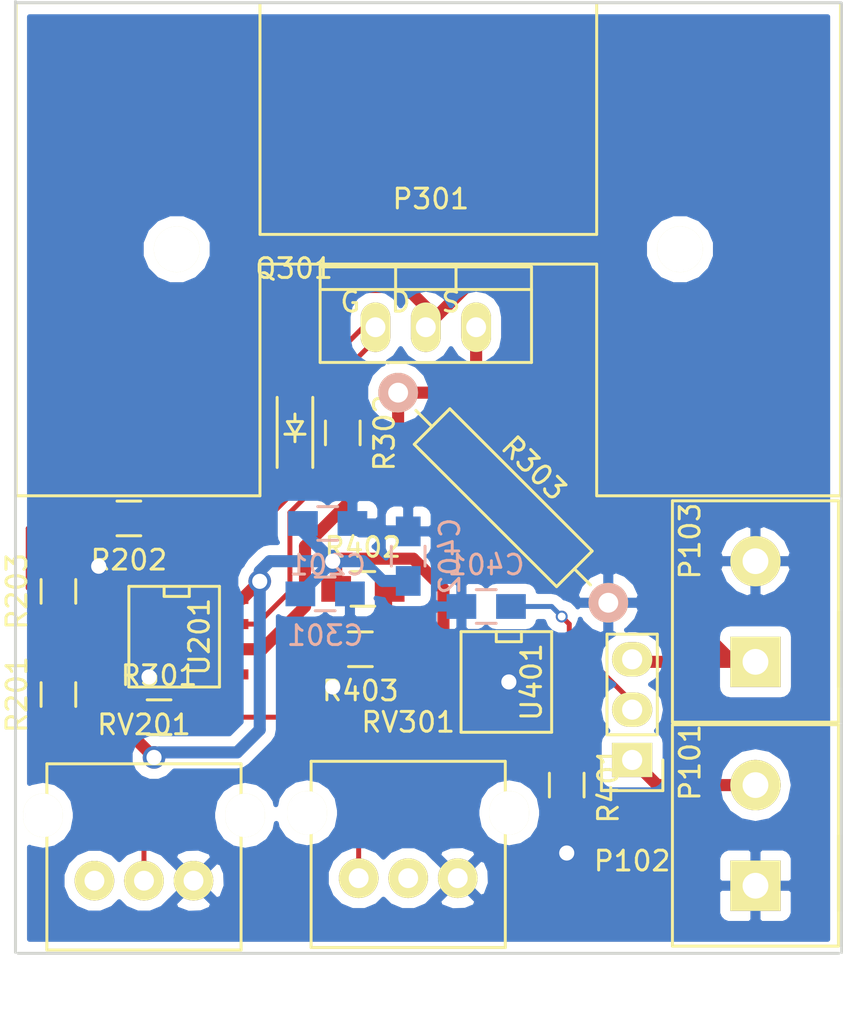
<source format=kicad_pcb>
(kicad_pcb (version 4) (host pcbnew 4.0.2-4+6225~38~ubuntu14.04.1-stable)

  (general
    (links 44)
    (no_connects 0)
    (area 62.8372 51.182199 106.018401 103.376801)
    (thickness 1.6)
    (drawings 4)
    (tracks 127)
    (zones 0)
    (modules 23)
    (nets 17)
  )

  (page A4)
  (layers
    (0 F.Cu signal)
    (31 B.Cu signal)
    (32 B.Adhes user hide)
    (33 F.Adhes user)
    (34 B.Paste user hide)
    (35 F.Paste user)
    (36 B.SilkS user hide)
    (37 F.SilkS user)
    (38 B.Mask user hide)
    (39 F.Mask user)
    (40 Dwgs.User user)
    (41 Cmts.User user)
    (42 Eco1.User user)
    (43 Eco2.User user)
    (44 Edge.Cuts user)
    (45 Margin user)
    (46 B.CrtYd user)
    (47 F.CrtYd user)
    (48 B.Fab user)
    (49 F.Fab user)
  )

  (setup
    (last_trace_width 0.25)
    (trace_clearance 0.2)
    (zone_clearance 0.508)
    (zone_45_only yes)
    (trace_min 0.2)
    (segment_width 0.2)
    (edge_width 0.15)
    (via_size 0.6)
    (via_drill 0.4)
    (via_min_size 0.4)
    (via_min_drill 0.3)
    (uvia_size 0.3)
    (uvia_drill 0.1)
    (uvias_allowed no)
    (uvia_min_size 0)
    (uvia_min_drill 0)
    (pcb_text_width 0.3)
    (pcb_text_size 1.5 1.5)
    (mod_edge_width 0.15)
    (mod_text_size 1 1)
    (mod_text_width 0.15)
    (pad_size 1.524 1.524)
    (pad_drill 0.762)
    (pad_to_mask_clearance 0.2)
    (aux_axis_origin 0 0)
    (visible_elements 7FFFFB3F)
    (pcbplotparams
      (layerselection 0x010f0_80000001)
      (usegerberextensions false)
      (excludeedgelayer true)
      (linewidth 0.100000)
      (plotframeref false)
      (viasonmask false)
      (mode 1)
      (useauxorigin false)
      (hpglpennumber 1)
      (hpglpenspeed 20)
      (hpglpendiameter 15)
      (hpglpenoverlay 2)
      (psnegative false)
      (psa4output false)
      (plotreference true)
      (plotvalue false)
      (plotinvisibletext false)
      (padsonsilk false)
      (subtractmaskfromsilk true)
      (outputformat 1)
      (mirror false)
      (drillshape 0)
      (scaleselection 1)
      (outputdirectory GERBER/))
  )

  (net 0 "")
  (net 1 2.7V)
  (net 2 GND)
  (net 3 "/Power Regulation/Vin")
  (net 4 "Net-(D201-Pad1)")
  (net 5 "/Current Control/FET_Gate")
  (net 6 "Net-(P101-Pad2)")
  (net 7 "/Current Control/Current_Sink+")
  (net 8 "Net-(Q301-Pad3)")
  (net 9 "Net-(R202-Pad2)")
  (net 10 "Net-(R302-Pad2)")
  (net 11 "Net-(R401-Pad1)")
  (net 12 "Net-(R402-Pad2)")
  (net 13 "Net-(RV201-Pad1)")
  (net 14 "Net-(R201-Pad2)")
  (net 15 "Net-(R301-Pad2)")
  (net 16 "Net-(RV301-Pad2)")

  (net_class Default "This is the default net class."
    (clearance 0.2)
    (trace_width 0.25)
    (via_dia 0.6)
    (via_drill 0.4)
    (uvia_dia 0.3)
    (uvia_drill 0.1)
    (add_net "/Current Control/FET_Gate")
    (add_net "/Power Regulation/Vin")
    (add_net "Net-(D201-Pad1)")
    (add_net "Net-(R201-Pad2)")
    (add_net "Net-(R202-Pad2)")
    (add_net "Net-(R301-Pad2)")
    (add_net "Net-(R302-Pad2)")
    (add_net "Net-(R401-Pad1)")
    (add_net "Net-(R402-Pad2)")
    (add_net "Net-(RV201-Pad1)")
    (add_net "Net-(RV301-Pad2)")
  )

  (net_class Power ""
    (clearance 0.3048)
    (trace_width 0.6096)
    (via_dia 1.143)
    (via_drill 0.762)
    (uvia_dia 0.3)
    (uvia_drill 0.1)
    (add_net "/Current Control/Current_Sink+")
    (add_net 2.7V)
    (add_net GND)
    (add_net "Net-(P101-Pad2)")
    (add_net "Net-(Q301-Pad3)")
  )

  (module current:FA-T220-38E (layer F.Cu) (tedit 56B00DD9) (tstamp 56AE80C3)
    (at 84.836 64.008)
    (path /56A5B91B/56AE7614)
    (fp_text reference P301 (at 0.127 -2.54) (layer F.SilkS)
      (effects (font (size 1 1) (thickness 0.15)))
    )
    (fp_text value HEATSINK (at 0.127 -4.064) (layer F.Fab)
      (effects (font (size 1 1) (thickness 0.15)))
    )
    (fp_line (start 8.4963 12.446) (end 20.8026 12.446) (layer F.SilkS) (width 0.15))
    (fp_line (start 8.4963 -12.446) (end 20.8026 -12.446) (layer F.SilkS) (width 0.15))
    (fp_line (start -20.8026 -12.446) (end -8.4963 -12.446) (layer F.SilkS) (width 0.15))
    (fp_line (start -20.8026 12.446) (end -8.4963 12.446) (layer F.SilkS) (width 0.15))
    (fp_line (start 8.4963 0.7493) (end 8.4963 12.446) (layer F.SilkS) (width 0.15))
    (fp_line (start -8.4963 0.7493) (end -8.4963 12.446) (layer F.SilkS) (width 0.15))
    (fp_line (start -8.49376 -0.7493) (end -8.4963 -12.446) (layer F.SilkS) (width 0.15))
    (fp_line (start 8.4963 -0.7493) (end 8.4963 -12.446) (layer F.SilkS) (width 0.15))
    (fp_line (start -8.4963 0.7493) (end 8.4963 0.7493) (layer F.SilkS) (width 0.15))
    (fp_line (start -8.4963 -0.7493) (end 8.4963 -0.7493) (layer F.SilkS) (width 0.15))
    (fp_line (start -20.8026 12.446) (end -20.8026 -12.446) (layer F.SilkS) (width 0.15))
    (fp_line (start 20.8026 -12.446) (end 20.8026 12.446) (layer F.SilkS) (width 0.15))
    (pad "" np_thru_hole circle (at -12.7 0) (size 2.3114 2.3114) (drill 2.3114) (layers *.Cu *.Mask F.SilkS))
    (pad "" np_thru_hole circle (at 12.7 0) (size 2.3114 2.3114) (drill 2.3114) (layers *.Cu *.Mask F.SilkS))
  )

  (module Capacitors_SMD:C_0805_HandSoldering (layer B.Cu) (tedit 541A9B8D) (tstamp 56AE7489)
    (at 79.756 77.851)
    (descr "Capacitor SMD 0805, hand soldering")
    (tags "capacitor 0805")
    (path /56A5B830/56A5F6B7)
    (attr smd)
    (fp_text reference C201 (at 0 2.1) (layer B.SilkS)
      (effects (font (size 1 1) (thickness 0.15)) (justify mirror))
    )
    (fp_text value .1 (at 0 -2.1) (layer B.Fab)
      (effects (font (size 1 1) (thickness 0.15)) (justify mirror))
    )
    (fp_line (start -2.3 1) (end 2.3 1) (layer B.CrtYd) (width 0.05))
    (fp_line (start -2.3 -1) (end 2.3 -1) (layer B.CrtYd) (width 0.05))
    (fp_line (start -2.3 1) (end -2.3 -1) (layer B.CrtYd) (width 0.05))
    (fp_line (start 2.3 1) (end 2.3 -1) (layer B.CrtYd) (width 0.05))
    (fp_line (start 0.5 0.85) (end -0.5 0.85) (layer B.SilkS) (width 0.15))
    (fp_line (start -0.5 -0.85) (end 0.5 -0.85) (layer B.SilkS) (width 0.15))
    (pad 1 smd rect (at -1.25 0) (size 1.5 1.25) (layers B.Cu B.Paste B.Mask)
      (net 1 2.7V))
    (pad 2 smd rect (at 1.25 0) (size 1.5 1.25) (layers B.Cu B.Paste B.Mask)
      (net 2 GND))
    (model Capacitors_SMD.3dshapes/C_0805_HandSoldering.wrl
      (at (xyz 0 0 0))
      (scale (xyz 1 1 1))
      (rotate (xyz 0 0 0))
    )
  )

  (module Capacitors_SMD:C_0805_HandSoldering (layer B.Cu) (tedit 541A9B8D) (tstamp 56AE748F)
    (at 79.629 81.407)
    (descr "Capacitor SMD 0805, hand soldering")
    (tags "capacitor 0805")
    (path /56A5B91B/56A5BC5B)
    (attr smd)
    (fp_text reference C301 (at 0 2.1) (layer B.SilkS)
      (effects (font (size 1 1) (thickness 0.15)) (justify mirror))
    )
    (fp_text value C (at 0 -2.1) (layer B.Fab)
      (effects (font (size 1 1) (thickness 0.15)) (justify mirror))
    )
    (fp_line (start -2.3 1) (end 2.3 1) (layer B.CrtYd) (width 0.05))
    (fp_line (start -2.3 -1) (end 2.3 -1) (layer B.CrtYd) (width 0.05))
    (fp_line (start -2.3 1) (end -2.3 -1) (layer B.CrtYd) (width 0.05))
    (fp_line (start 2.3 1) (end 2.3 -1) (layer B.CrtYd) (width 0.05))
    (fp_line (start 0.5 0.85) (end -0.5 0.85) (layer B.SilkS) (width 0.15))
    (fp_line (start -0.5 -0.85) (end 0.5 -0.85) (layer B.SilkS) (width 0.15))
    (pad 1 smd rect (at -1.25 0) (size 1.5 1.25) (layers B.Cu B.Paste B.Mask)
      (net 1 2.7V))
    (pad 2 smd rect (at 1.25 0) (size 1.5 1.25) (layers B.Cu B.Paste B.Mask)
      (net 2 GND))
    (model Capacitors_SMD.3dshapes/C_0805_HandSoldering.wrl
      (at (xyz 0 0 0))
      (scale (xyz 1 1 1))
      (rotate (xyz 0 0 0))
    )
  )

  (module Capacitors_SMD:C_0805_HandSoldering (layer B.Cu) (tedit 541A9B8D) (tstamp 56AE7495)
    (at 87.757 82.042 180)
    (descr "Capacitor SMD 0805, hand soldering")
    (tags "capacitor 0805")
    (path /56A5B93E/56A5CFE3)
    (attr smd)
    (fp_text reference C401 (at 0 2.1 180) (layer B.SilkS)
      (effects (font (size 1 1) (thickness 0.15)) (justify mirror))
    )
    (fp_text value .1 (at 0 -2.1 180) (layer B.Fab)
      (effects (font (size 1 1) (thickness 0.15)) (justify mirror))
    )
    (fp_line (start -2.3 1) (end 2.3 1) (layer B.CrtYd) (width 0.05))
    (fp_line (start -2.3 -1) (end 2.3 -1) (layer B.CrtYd) (width 0.05))
    (fp_line (start -2.3 1) (end -2.3 -1) (layer B.CrtYd) (width 0.05))
    (fp_line (start 2.3 1) (end 2.3 -1) (layer B.CrtYd) (width 0.05))
    (fp_line (start 0.5 0.85) (end -0.5 0.85) (layer B.SilkS) (width 0.15))
    (fp_line (start -0.5 -0.85) (end 0.5 -0.85) (layer B.SilkS) (width 0.15))
    (pad 1 smd rect (at -1.25 0 180) (size 1.5 1.25) (layers B.Cu B.Paste B.Mask)
      (net 3 "/Power Regulation/Vin"))
    (pad 2 smd rect (at 1.25 0 180) (size 1.5 1.25) (layers B.Cu B.Paste B.Mask)
      (net 2 GND))
    (model Capacitors_SMD.3dshapes/C_0805_HandSoldering.wrl
      (at (xyz 0 0 0))
      (scale (xyz 1 1 1))
      (rotate (xyz 0 0 0))
    )
  )

  (module Capacitors_SMD:C_0805_HandSoldering (layer B.Cu) (tedit 541A9B8D) (tstamp 56AE749B)
    (at 83.82 79.502 90)
    (descr "Capacitor SMD 0805, hand soldering")
    (tags "capacitor 0805")
    (path /56A5B93E/56A5CFDC)
    (attr smd)
    (fp_text reference C402 (at 0 2.1 90) (layer B.SilkS)
      (effects (font (size 1 1) (thickness 0.15)) (justify mirror))
    )
    (fp_text value .1 (at 0 -2.1 90) (layer B.Fab)
      (effects (font (size 1 1) (thickness 0.15)) (justify mirror))
    )
    (fp_line (start -2.3 1) (end 2.3 1) (layer B.CrtYd) (width 0.05))
    (fp_line (start -2.3 -1) (end 2.3 -1) (layer B.CrtYd) (width 0.05))
    (fp_line (start -2.3 1) (end -2.3 -1) (layer B.CrtYd) (width 0.05))
    (fp_line (start 2.3 1) (end 2.3 -1) (layer B.CrtYd) (width 0.05))
    (fp_line (start 0.5 0.85) (end -0.5 0.85) (layer B.SilkS) (width 0.15))
    (fp_line (start -0.5 -0.85) (end 0.5 -0.85) (layer B.SilkS) (width 0.15))
    (pad 1 smd rect (at -1.25 0 90) (size 1.5 1.25) (layers B.Cu B.Paste B.Mask)
      (net 1 2.7V))
    (pad 2 smd rect (at 1.25 0 90) (size 1.5 1.25) (layers B.Cu B.Paste B.Mask)
      (net 2 GND))
    (model Capacitors_SMD.3dshapes/C_0805_HandSoldering.wrl
      (at (xyz 0 0 0))
      (scale (xyz 1 1 1))
      (rotate (xyz 0 0 0))
    )
  )

  (module Resistors_SMD:R_0805_HandSoldering (layer F.Cu) (tedit 54189DEE) (tstamp 56AE74C4)
    (at 66.167 86.487 90)
    (descr "Resistor SMD 0805, hand soldering")
    (tags "resistor 0805")
    (path /56A5B830/56A5F6A3)
    (attr smd)
    (fp_text reference R201 (at 0 -2.1 90) (layer F.SilkS)
      (effects (font (size 1 1) (thickness 0.15)))
    )
    (fp_text value 28.7K (at 0 2.1 90) (layer F.Fab)
      (effects (font (size 1 1) (thickness 0.15)))
    )
    (fp_line (start -2.4 -1) (end 2.4 -1) (layer F.CrtYd) (width 0.05))
    (fp_line (start -2.4 1) (end 2.4 1) (layer F.CrtYd) (width 0.05))
    (fp_line (start -2.4 -1) (end -2.4 1) (layer F.CrtYd) (width 0.05))
    (fp_line (start 2.4 -1) (end 2.4 1) (layer F.CrtYd) (width 0.05))
    (fp_line (start 0.6 0.875) (end -0.6 0.875) (layer F.SilkS) (width 0.15))
    (fp_line (start -0.6 -0.875) (end 0.6 -0.875) (layer F.SilkS) (width 0.15))
    (pad 1 smd rect (at -1.35 0 90) (size 1.5 1.3) (layers F.Cu F.Paste F.Mask)
      (net 1 2.7V))
    (pad 2 smd rect (at 1.35 0 90) (size 1.5 1.3) (layers F.Cu F.Paste F.Mask)
      (net 14 "Net-(R201-Pad2)"))
    (model Resistors_SMD.3dshapes/R_0805_HandSoldering.wrl
      (at (xyz 0 0 0))
      (scale (xyz 1 1 1))
      (rotate (xyz 0 0 0))
    )
  )

  (module Resistors_SMD:R_0805_HandSoldering (layer F.Cu) (tedit 54189DEE) (tstamp 56AE74CA)
    (at 69.723 77.597 180)
    (descr "Resistor SMD 0805, hand soldering")
    (tags "resistor 0805")
    (path /56A5B830/56A5F806)
    (attr smd)
    (fp_text reference R202 (at 0 -2.1 180) (layer F.SilkS)
      (effects (font (size 1 1) (thickness 0.15)))
    )
    (fp_text value 9K (at 0 2.1 180) (layer F.Fab)
      (effects (font (size 1 1) (thickness 0.15)))
    )
    (fp_line (start -2.4 -1) (end 2.4 -1) (layer F.CrtYd) (width 0.05))
    (fp_line (start -2.4 1) (end 2.4 1) (layer F.CrtYd) (width 0.05))
    (fp_line (start -2.4 -1) (end -2.4 1) (layer F.CrtYd) (width 0.05))
    (fp_line (start 2.4 -1) (end 2.4 1) (layer F.CrtYd) (width 0.05))
    (fp_line (start 0.6 0.875) (end -0.6 0.875) (layer F.SilkS) (width 0.15))
    (fp_line (start -0.6 -0.875) (end 0.6 -0.875) (layer F.SilkS) (width 0.15))
    (pad 1 smd rect (at -1.35 0 180) (size 1.5 1.3) (layers F.Cu F.Paste F.Mask)
      (net 7 "/Current Control/Current_Sink+"))
    (pad 2 smd rect (at 1.35 0 180) (size 1.5 1.3) (layers F.Cu F.Paste F.Mask)
      (net 9 "Net-(R202-Pad2)"))
    (model Resistors_SMD.3dshapes/R_0805_HandSoldering.wrl
      (at (xyz 0 0 0))
      (scale (xyz 1 1 1))
      (rotate (xyz 0 0 0))
    )
  )

  (module Resistors_SMD:R_0805_HandSoldering (layer F.Cu) (tedit 54189DEE) (tstamp 56AE74D0)
    (at 66.167 81.28 90)
    (descr "Resistor SMD 0805, hand soldering")
    (tags "resistor 0805")
    (path /56A5B830/56A5F8A9)
    (attr smd)
    (fp_text reference R203 (at 0 -2.1 90) (layer F.SilkS)
      (effects (font (size 1 1) (thickness 0.15)))
    )
    (fp_text value 1K (at 0 2.1 90) (layer F.Fab)
      (effects (font (size 1 1) (thickness 0.15)))
    )
    (fp_line (start -2.4 -1) (end 2.4 -1) (layer F.CrtYd) (width 0.05))
    (fp_line (start -2.4 1) (end 2.4 1) (layer F.CrtYd) (width 0.05))
    (fp_line (start -2.4 -1) (end -2.4 1) (layer F.CrtYd) (width 0.05))
    (fp_line (start 2.4 -1) (end 2.4 1) (layer F.CrtYd) (width 0.05))
    (fp_line (start 0.6 0.875) (end -0.6 0.875) (layer F.SilkS) (width 0.15))
    (fp_line (start -0.6 -0.875) (end 0.6 -0.875) (layer F.SilkS) (width 0.15))
    (pad 1 smd rect (at -1.35 0 90) (size 1.5 1.3) (layers F.Cu F.Paste F.Mask)
      (net 9 "Net-(R202-Pad2)"))
    (pad 2 smd rect (at 1.35 0 90) (size 1.5 1.3) (layers F.Cu F.Paste F.Mask)
      (net 2 GND))
    (model Resistors_SMD.3dshapes/R_0805_HandSoldering.wrl
      (at (xyz 0 0 0))
      (scale (xyz 1 1 1))
      (rotate (xyz 0 0 0))
    )
  )

  (module Resistors_SMD:R_0805_HandSoldering (layer F.Cu) (tedit 54189DEE) (tstamp 56AE74D6)
    (at 71.247 87.63)
    (descr "Resistor SMD 0805, hand soldering")
    (tags "resistor 0805")
    (path /56A5B91B/56A5BC47)
    (attr smd)
    (fp_text reference R301 (at 0 -2.1) (layer F.SilkS)
      (effects (font (size 1 1) (thickness 0.15)))
    )
    (fp_text value 68k (at 0 2.1) (layer F.Fab)
      (effects (font (size 1 1) (thickness 0.15)))
    )
    (fp_line (start -2.4 -1) (end 2.4 -1) (layer F.CrtYd) (width 0.05))
    (fp_line (start -2.4 1) (end 2.4 1) (layer F.CrtYd) (width 0.05))
    (fp_line (start -2.4 -1) (end -2.4 1) (layer F.CrtYd) (width 0.05))
    (fp_line (start 2.4 -1) (end 2.4 1) (layer F.CrtYd) (width 0.05))
    (fp_line (start 0.6 0.875) (end -0.6 0.875) (layer F.SilkS) (width 0.15))
    (fp_line (start -0.6 -0.875) (end 0.6 -0.875) (layer F.SilkS) (width 0.15))
    (pad 1 smd rect (at -1.35 0) (size 1.5 1.3) (layers F.Cu F.Paste F.Mask)
      (net 1 2.7V))
    (pad 2 smd rect (at 1.35 0) (size 1.5 1.3) (layers F.Cu F.Paste F.Mask)
      (net 15 "Net-(R301-Pad2)"))
    (model Resistors_SMD.3dshapes/R_0805_HandSoldering.wrl
      (at (xyz 0 0 0))
      (scale (xyz 1 1 1))
      (rotate (xyz 0 0 0))
    )
  )

  (module Resistors_SMD:R_0805_HandSoldering (layer F.Cu) (tedit 54189DEE) (tstamp 56AE74DC)
    (at 80.518 73.279 270)
    (descr "Resistor SMD 0805, hand soldering")
    (tags "resistor 0805")
    (path /56A5B91B/56A5BE98)
    (attr smd)
    (fp_text reference R302 (at 0 -2.1 270) (layer F.SilkS)
      (effects (font (size 1 1) (thickness 0.15)))
    )
    (fp_text value 1k (at 0 2.1 270) (layer F.Fab)
      (effects (font (size 1 1) (thickness 0.15)))
    )
    (fp_line (start -2.4 -1) (end 2.4 -1) (layer F.CrtYd) (width 0.05))
    (fp_line (start -2.4 1) (end 2.4 1) (layer F.CrtYd) (width 0.05))
    (fp_line (start -2.4 -1) (end -2.4 1) (layer F.CrtYd) (width 0.05))
    (fp_line (start 2.4 -1) (end 2.4 1) (layer F.CrtYd) (width 0.05))
    (fp_line (start 0.6 0.875) (end -0.6 0.875) (layer F.SilkS) (width 0.15))
    (fp_line (start -0.6 -0.875) (end 0.6 -0.875) (layer F.SilkS) (width 0.15))
    (pad 1 smd rect (at -1.35 0 270) (size 1.5 1.3) (layers F.Cu F.Paste F.Mask)
      (net 5 "/Current Control/FET_Gate"))
    (pad 2 smd rect (at 1.35 0 270) (size 1.5 1.3) (layers F.Cu F.Paste F.Mask)
      (net 10 "Net-(R302-Pad2)"))
    (model Resistors_SMD.3dshapes/R_0805_HandSoldering.wrl
      (at (xyz 0 0 0))
      (scale (xyz 1 1 1))
      (rotate (xyz 0 0 0))
    )
  )

  (module Resistors_SMD:R_0805_HandSoldering (layer F.Cu) (tedit 54189DEE) (tstamp 56AE74F6)
    (at 91.821 91.059 270)
    (descr "Resistor SMD 0805, hand soldering")
    (tags "resistor 0805")
    (path /56A5B93E/56A5CFEA)
    (attr smd)
    (fp_text reference R401 (at 0 -2.1 270) (layer F.SilkS)
      (effects (font (size 1 1) (thickness 0.15)))
    )
    (fp_text value 0 (at 0 2.1 270) (layer F.Fab)
      (effects (font (size 1 1) (thickness 0.15)))
    )
    (fp_line (start -2.4 -1) (end 2.4 -1) (layer F.CrtYd) (width 0.05))
    (fp_line (start -2.4 1) (end 2.4 1) (layer F.CrtYd) (width 0.05))
    (fp_line (start -2.4 -1) (end -2.4 1) (layer F.CrtYd) (width 0.05))
    (fp_line (start 2.4 -1) (end 2.4 1) (layer F.CrtYd) (width 0.05))
    (fp_line (start 0.6 0.875) (end -0.6 0.875) (layer F.SilkS) (width 0.15))
    (fp_line (start -0.6 -0.875) (end 0.6 -0.875) (layer F.SilkS) (width 0.15))
    (pad 1 smd rect (at -1.35 0 270) (size 1.5 1.3) (layers F.Cu F.Paste F.Mask)
      (net 11 "Net-(R401-Pad1)"))
    (pad 2 smd rect (at 1.35 0 270) (size 1.5 1.3) (layers F.Cu F.Paste F.Mask)
      (net 2 GND))
    (model Resistors_SMD.3dshapes/R_0805_HandSoldering.wrl
      (at (xyz 0 0 0))
      (scale (xyz 1 1 1))
      (rotate (xyz 0 0 0))
    )
  )

  (module Resistors_SMD:R_0805_HandSoldering (layer F.Cu) (tedit 54189DEE) (tstamp 56AE74FC)
    (at 81.534 81.153)
    (descr "Resistor SMD 0805, hand soldering")
    (tags "resistor 0805")
    (path /56A5B93E/56A5CFF8)
    (attr smd)
    (fp_text reference R402 (at 0 -2.1) (layer F.SilkS)
      (effects (font (size 1 1) (thickness 0.15)))
    )
    (fp_text value 27k (at 0 2.1) (layer F.Fab)
      (effects (font (size 1 1) (thickness 0.15)))
    )
    (fp_line (start -2.4 -1) (end 2.4 -1) (layer F.CrtYd) (width 0.05))
    (fp_line (start -2.4 1) (end 2.4 1) (layer F.CrtYd) (width 0.05))
    (fp_line (start -2.4 -1) (end -2.4 1) (layer F.CrtYd) (width 0.05))
    (fp_line (start 2.4 -1) (end 2.4 1) (layer F.CrtYd) (width 0.05))
    (fp_line (start 0.6 0.875) (end -0.6 0.875) (layer F.SilkS) (width 0.15))
    (fp_line (start -0.6 -0.875) (end 0.6 -0.875) (layer F.SilkS) (width 0.15))
    (pad 1 smd rect (at -1.35 0) (size 1.5 1.3) (layers F.Cu F.Paste F.Mask)
      (net 1 2.7V))
    (pad 2 smd rect (at 1.35 0) (size 1.5 1.3) (layers F.Cu F.Paste F.Mask)
      (net 12 "Net-(R402-Pad2)"))
    (model Resistors_SMD.3dshapes/R_0805_HandSoldering.wrl
      (at (xyz 0 0 0))
      (scale (xyz 1 1 1))
      (rotate (xyz 0 0 0))
    )
  )

  (module Resistors_SMD:R_0805_HandSoldering (layer F.Cu) (tedit 54189DEE) (tstamp 56AE7502)
    (at 81.407 84.201 180)
    (descr "Resistor SMD 0805, hand soldering")
    (tags "resistor 0805")
    (path /56A5B93E/56A5CFFF)
    (attr smd)
    (fp_text reference R403 (at 0 -2.1 180) (layer F.SilkS)
      (effects (font (size 1 1) (thickness 0.15)))
    )
    (fp_text value 21.6k (at 0 2.1 180) (layer F.Fab)
      (effects (font (size 1 1) (thickness 0.15)))
    )
    (fp_line (start -2.4 -1) (end 2.4 -1) (layer F.CrtYd) (width 0.05))
    (fp_line (start -2.4 1) (end 2.4 1) (layer F.CrtYd) (width 0.05))
    (fp_line (start -2.4 -1) (end -2.4 1) (layer F.CrtYd) (width 0.05))
    (fp_line (start 2.4 -1) (end 2.4 1) (layer F.CrtYd) (width 0.05))
    (fp_line (start 0.6 0.875) (end -0.6 0.875) (layer F.SilkS) (width 0.15))
    (fp_line (start -0.6 -0.875) (end 0.6 -0.875) (layer F.SilkS) (width 0.15))
    (pad 1 smd rect (at -1.35 0 180) (size 1.5 1.3) (layers F.Cu F.Paste F.Mask)
      (net 12 "Net-(R402-Pad2)"))
    (pad 2 smd rect (at 1.35 0 180) (size 1.5 1.3) (layers F.Cu F.Paste F.Mask)
      (net 2 GND))
    (model Resistors_SMD.3dshapes/R_0805_HandSoldering.wrl
      (at (xyz 0 0 0))
      (scale (xyz 1 1 1))
      (rotate (xyz 0 0 0))
    )
  )

  (module SMD_Packages:SOIC-8-N (layer F.Cu) (tedit 0) (tstamp 56AE751C)
    (at 72.009 83.566 270)
    (descr "Module Narrow CMS SOJ 8 pins large")
    (tags "CMS SOJ")
    (path /56A5B830/56A5F69C)
    (attr smd)
    (fp_text reference U201 (at 0 -1.27 270) (layer F.SilkS)
      (effects (font (size 1 1) (thickness 0.15)))
    )
    (fp_text value LMV358 (at 0 1.27 270) (layer F.Fab)
      (effects (font (size 1 1) (thickness 0.15)))
    )
    (fp_line (start -2.54 -2.286) (end 2.54 -2.286) (layer F.SilkS) (width 0.15))
    (fp_line (start 2.54 -2.286) (end 2.54 2.286) (layer F.SilkS) (width 0.15))
    (fp_line (start 2.54 2.286) (end -2.54 2.286) (layer F.SilkS) (width 0.15))
    (fp_line (start -2.54 2.286) (end -2.54 -2.286) (layer F.SilkS) (width 0.15))
    (fp_line (start -2.54 -0.762) (end -2.032 -0.762) (layer F.SilkS) (width 0.15))
    (fp_line (start -2.032 -0.762) (end -2.032 0.508) (layer F.SilkS) (width 0.15))
    (fp_line (start -2.032 0.508) (end -2.54 0.508) (layer F.SilkS) (width 0.15))
    (pad 8 smd rect (at -1.905 -3.175 270) (size 0.508 1.143) (layers F.Cu F.Paste F.Mask)
      (net 1 2.7V))
    (pad 7 smd rect (at -0.635 -3.175 270) (size 0.508 1.143) (layers F.Cu F.Paste F.Mask)
      (net 10 "Net-(R302-Pad2)"))
    (pad 6 smd rect (at 0.635 -3.175 270) (size 0.508 1.143) (layers F.Cu F.Paste F.Mask)
      (net 8 "Net-(Q301-Pad3)"))
    (pad 5 smd rect (at 1.905 -3.175 270) (size 0.508 1.143) (layers F.Cu F.Paste F.Mask)
      (net 15 "Net-(R301-Pad2)"))
    (pad 4 smd rect (at 1.905 3.175 270) (size 0.508 1.143) (layers F.Cu F.Paste F.Mask)
      (net 2 GND))
    (pad 3 smd rect (at 0.635 3.175 270) (size 0.508 1.143) (layers F.Cu F.Paste F.Mask)
      (net 14 "Net-(R201-Pad2)"))
    (pad 2 smd rect (at -0.635 3.175 270) (size 0.508 1.143) (layers F.Cu F.Paste F.Mask)
      (net 9 "Net-(R202-Pad2)"))
    (pad 1 smd rect (at -1.905 3.175 270) (size 0.508 1.143) (layers F.Cu F.Paste F.Mask)
      (net 4 "Net-(D201-Pad1)"))
    (model SMD_Packages.3dshapes/SOIC-8-N.wrl
      (at (xyz 0 0 0))
      (scale (xyz 0.5 0.38 0.5))
      (rotate (xyz 0 0 0))
    )
  )

  (module SMD_Packages:SOIC-8-N (layer F.Cu) (tedit 0) (tstamp 56AE7528)
    (at 88.773 85.852 270)
    (descr "Module Narrow CMS SOJ 8 pins large")
    (tags "CMS SOJ")
    (path /56A5B93E/56A5CFF1)
    (attr smd)
    (fp_text reference U401 (at 0 -1.27 270) (layer F.SilkS)
      (effects (font (size 1 1) (thickness 0.15)))
    )
    (fp_text value LM2931 (at 0 1.27 270) (layer F.Fab)
      (effects (font (size 1 1) (thickness 0.15)))
    )
    (fp_line (start -2.54 -2.286) (end 2.54 -2.286) (layer F.SilkS) (width 0.15))
    (fp_line (start 2.54 -2.286) (end 2.54 2.286) (layer F.SilkS) (width 0.15))
    (fp_line (start 2.54 2.286) (end -2.54 2.286) (layer F.SilkS) (width 0.15))
    (fp_line (start -2.54 2.286) (end -2.54 -2.286) (layer F.SilkS) (width 0.15))
    (fp_line (start -2.54 -0.762) (end -2.032 -0.762) (layer F.SilkS) (width 0.15))
    (fp_line (start -2.032 -0.762) (end -2.032 0.508) (layer F.SilkS) (width 0.15))
    (fp_line (start -2.032 0.508) (end -2.54 0.508) (layer F.SilkS) (width 0.15))
    (pad 8 smd rect (at -1.905 -3.175 270) (size 0.508 1.143) (layers F.Cu F.Paste F.Mask)
      (net 3 "/Power Regulation/Vin"))
    (pad 7 smd rect (at -0.635 -3.175 270) (size 0.508 1.143) (layers F.Cu F.Paste F.Mask)
      (net 2 GND))
    (pad 6 smd rect (at 0.635 -3.175 270) (size 0.508 1.143) (layers F.Cu F.Paste F.Mask)
      (net 2 GND))
    (pad 5 smd rect (at 1.905 -3.175 270) (size 0.508 1.143) (layers F.Cu F.Paste F.Mask)
      (net 11 "Net-(R401-Pad1)"))
    (pad 4 smd rect (at 1.905 3.175 270) (size 0.508 1.143) (layers F.Cu F.Paste F.Mask)
      (net 12 "Net-(R402-Pad2)"))
    (pad 3 smd rect (at 0.635 3.175 270) (size 0.508 1.143) (layers F.Cu F.Paste F.Mask)
      (net 2 GND))
    (pad 2 smd rect (at -0.635 3.175 270) (size 0.508 1.143) (layers F.Cu F.Paste F.Mask)
      (net 2 GND))
    (pad 1 smd rect (at -1.905 3.175 270) (size 0.508 1.143) (layers F.Cu F.Paste F.Mask)
      (net 1 2.7V))
    (model SMD_Packages.3dshapes/SOIC-8-N.wrl
      (at (xyz 0 0 0))
      (scale (xyz 0.5 0.38 0.5))
      (rotate (xyz 0 0 0))
    )
  )

  (module Diodes_SMD:SOD-123 (layer F.Cu) (tedit 56B00A31) (tstamp 56AFFCC9)
    (at 78.105 73.025 90)
    (descr SOD-123)
    (tags SOD-123)
    (path /56A5B830/56A5F700)
    (attr smd)
    (fp_text reference D201 (at 0 -2 90) (layer F.SilkS) hide
      (effects (font (size 1 1) (thickness 0.15)))
    )
    (fp_text value 1N4148 (at 0 2.1 90) (layer F.Fab)
      (effects (font (size 1 1) (thickness 0.15)))
    )
    (fp_line (start 0.3175 0) (end 0.6985 0) (layer F.SilkS) (width 0.15))
    (fp_line (start -0.6985 0) (end -0.3175 0) (layer F.SilkS) (width 0.15))
    (fp_line (start -0.3175 0) (end 0.3175 -0.381) (layer F.SilkS) (width 0.15))
    (fp_line (start 0.3175 -0.381) (end 0.3175 0.381) (layer F.SilkS) (width 0.15))
    (fp_line (start 0.3175 0.381) (end -0.3175 0) (layer F.SilkS) (width 0.15))
    (fp_line (start -0.3175 -0.508) (end -0.3175 0.508) (layer F.SilkS) (width 0.15))
    (fp_line (start -2.25 -1.05) (end 2.25 -1.05) (layer F.CrtYd) (width 0.05))
    (fp_line (start 2.25 -1.05) (end 2.25 1.05) (layer F.CrtYd) (width 0.05))
    (fp_line (start 2.25 1.05) (end -2.25 1.05) (layer F.CrtYd) (width 0.05))
    (fp_line (start -2.25 -1.05) (end -2.25 1.05) (layer F.CrtYd) (width 0.05))
    (fp_line (start -2 0.9) (end 1.54 0.9) (layer F.SilkS) (width 0.15))
    (fp_line (start -2 -0.9) (end 1.54 -0.9) (layer F.SilkS) (width 0.15))
    (pad 1 smd rect (at -1.635 0 90) (size 0.91 1.22) (layers F.Cu F.Paste F.Mask)
      (net 4 "Net-(D201-Pad1)"))
    (pad 2 smd rect (at 1.635 0 90) (size 0.91 1.22) (layers F.Cu F.Paste F.Mask)
      (net 5 "/Current Control/FET_Gate"))
  )

  (module Resistors_ThroughHole:Resistor_Horizontal_RM15mm (layer F.Cu) (tedit 56D50346) (tstamp 56AFFE05)
    (at 83.312 71.247 315)
    (descr "Resistor, Axial, RM 15mm,")
    (tags "Resistor Axial RM 15mm")
    (path /56A5B91B/56A5BC2B)
    (fp_text reference R303 (at 7.543415 -2.155261 315) (layer F.SilkS)
      (effects (font (size 1 1) (thickness 0.15)))
    )
    (fp_text value .1 (at 7.5 4.0005 315) (layer F.Fab) hide
      (effects (font (size 1 1) (thickness 0.15)))
    )
    (fp_line (start -1.25 1.5) (end -1.25 -1.5) (layer F.CrtYd) (width 0.05))
    (fp_line (start -1.25 -1.5) (end 16.25 -1.5) (layer F.CrtYd) (width 0.05))
    (fp_line (start 16.25 -1.5) (end 16.25 1.5) (layer F.CrtYd) (width 0.05))
    (fp_line (start 16.25 1.5) (end -1.25 1.5) (layer F.CrtYd) (width 0.05))
    (fp_line (start 2.42 -1.27) (end 2.42 1.27) (layer F.SilkS) (width 0.15))
    (fp_line (start 2.42 1.27) (end 12.58 1.27) (layer F.SilkS) (width 0.15))
    (fp_line (start 12.58 1.27) (end 12.58 -1.27) (layer F.SilkS) (width 0.15))
    (fp_line (start 12.58 -1.27) (end 2.42 -1.27) (layer F.SilkS) (width 0.15))
    (fp_line (start 13.73 0) (end 12.58 0) (layer F.SilkS) (width 0.15))
    (fp_line (start 1.27 0) (end 2.42 0) (layer F.SilkS) (width 0.15))
    (pad 1 thru_hole circle (at 0 0 315) (size 1.99898 1.99898) (drill 1.00076) (layers *.Cu *.SilkS *.Mask)
      (net 8 "Net-(Q301-Pad3)"))
    (pad 2 thru_hole circle (at 15 0 315) (size 1.99898 1.99898) (drill 1.00076) (layers *.Cu *.SilkS *.Mask)
      (net 2 GND))
    (model Resistors_ThroughHole.3dshapes/Resistor_Horizontal_RM15mm.wrl
      (at (xyz 0 0 0))
      (scale (xyz 0.4 0.4 0.4))
      (rotate (xyz 0 0 0))
    )
  )

  (module Pin_Headers:Pin_Header_Straight_1x03 (layer F.Cu) (tedit 0) (tstamp 56AFFD34)
    (at 95.123 89.789 180)
    (descr "Through hole pin header")
    (tags "pin header")
    (path /56A5A7D2)
    (fp_text reference P102 (at 0 -5.1 180) (layer F.SilkS)
      (effects (font (size 1 1) (thickness 0.15)))
    )
    (fp_text value CONN_01X03 (at 0 -3.1 180) (layer F.Fab)
      (effects (font (size 1 1) (thickness 0.15)))
    )
    (fp_line (start -1.75 -1.75) (end -1.75 6.85) (layer F.CrtYd) (width 0.05))
    (fp_line (start 1.75 -1.75) (end 1.75 6.85) (layer F.CrtYd) (width 0.05))
    (fp_line (start -1.75 -1.75) (end 1.75 -1.75) (layer F.CrtYd) (width 0.05))
    (fp_line (start -1.75 6.85) (end 1.75 6.85) (layer F.CrtYd) (width 0.05))
    (fp_line (start -1.27 1.27) (end -1.27 6.35) (layer F.SilkS) (width 0.15))
    (fp_line (start -1.27 6.35) (end 1.27 6.35) (layer F.SilkS) (width 0.15))
    (fp_line (start 1.27 6.35) (end 1.27 1.27) (layer F.SilkS) (width 0.15))
    (fp_line (start 1.55 -1.55) (end 1.55 0) (layer F.SilkS) (width 0.15))
    (fp_line (start 1.27 1.27) (end -1.27 1.27) (layer F.SilkS) (width 0.15))
    (fp_line (start -1.55 0) (end -1.55 -1.55) (layer F.SilkS) (width 0.15))
    (fp_line (start -1.55 -1.55) (end 1.55 -1.55) (layer F.SilkS) (width 0.15))
    (pad 1 thru_hole rect (at 0 0 180) (size 2.032 1.7272) (drill 1.016) (layers *.Cu *.Mask F.SilkS)
      (net 6 "Net-(P101-Pad2)"))
    (pad 2 thru_hole oval (at 0 2.54 180) (size 2.032 1.7272) (drill 1.016) (layers *.Cu *.Mask F.SilkS)
      (net 3 "/Power Regulation/Vin"))
    (pad 3 thru_hole oval (at 0 5.08 180) (size 2.032 1.7272) (drill 1.016) (layers *.Cu *.Mask F.SilkS)
      (net 7 "/Current Control/Current_Sink+"))
    (model Pin_Headers.3dshapes/Pin_Header_Straight_1x03.wrl
      (at (xyz 0 -0.1 0))
      (scale (xyz 1 1 1))
      (rotate (xyz 0 0 90))
    )
  )

  (module current:TO-220_GDS_Vertical (layer F.Cu) (tedit 56D50353) (tstamp 56D50335)
    (at 84.709 67.945)
    (descr "TO-220, Neutral, Vertical,")
    (tags "TO-220, Neutral, Vertical,")
    (path /56A5B91B/56D5A107)
    (fp_text reference Q301 (at -6.649 -2.968) (layer F.SilkS)
      (effects (font (size 1 1) (thickness 0.15)))
    )
    (fp_text value BUK9575 (at 0.336 2.493) (layer F.Fab)
      (effects (font (size 1 1) (thickness 0.15)))
    )
    (fp_text user S (at 1.27 -1.27) (layer F.SilkS)
      (effects (font (size 1 1) (thickness 0.15)))
    )
    (fp_text user D (at -1.27 -1.27) (layer F.SilkS)
      (effects (font (size 1 1) (thickness 0.15)))
    )
    (fp_text user G (at -3.81 -1.27) (layer F.SilkS)
      (effects (font (size 1 1) (thickness 0.15)))
    )
    (fp_line (start -1.524 -3.048) (end -1.524 -1.905) (layer F.SilkS) (width 0.15))
    (fp_line (start 1.524 -3.048) (end 1.524 -1.905) (layer F.SilkS) (width 0.15))
    (fp_line (start 5.334 -1.905) (end 5.334 1.778) (layer F.SilkS) (width 0.15))
    (fp_line (start 5.334 1.778) (end -5.334 1.778) (layer F.SilkS) (width 0.15))
    (fp_line (start -5.334 1.778) (end -5.334 -1.905) (layer F.SilkS) (width 0.15))
    (fp_line (start 5.334 -3.048) (end 5.334 -1.905) (layer F.SilkS) (width 0.15))
    (fp_line (start 5.334 -1.905) (end -5.334 -1.905) (layer F.SilkS) (width 0.15))
    (fp_line (start -5.334 -1.905) (end -5.334 -3.048) (layer F.SilkS) (width 0.15))
    (fp_line (start 0 -3.048) (end -5.334 -3.048) (layer F.SilkS) (width 0.15))
    (fp_line (start 0 -3.048) (end 5.334 -3.048) (layer F.SilkS) (width 0.15))
    (pad 2 thru_hole oval (at 0 0 90) (size 2.49936 1.50114) (drill 1.00076) (layers *.Cu *.Mask F.SilkS)
      (net 7 "/Current Control/Current_Sink+"))
    (pad 1 thru_hole oval (at -2.54 0 90) (size 2.49936 1.50114) (drill 1.00076) (layers *.Cu *.Mask F.SilkS)
      (net 5 "/Current Control/FET_Gate"))
    (pad 3 thru_hole oval (at 2.54 0 90) (size 2.49936 1.50114) (drill 1.00076) (layers *.Cu *.Mask F.SilkS)
      (net 8 "Net-(Q301-Pad3)"))
    (model TO_SOT_Packages_THT.3dshapes/TO-220_Neutral123_Vertical.wrl
      (at (xyz 0 0 0))
      (scale (xyz 0.3937 0.3937 0.3937))
      (rotate (xyz 0 0 0))
    )
  )

  (module current:Terminal_Block_200_mil (layer F.Cu) (tedit 56D59B8A) (tstamp 56AFFCDA)
    (at 101.346 93.599 90)
    (descr "Through hole pin header")
    (tags "pin header")
    (path /56A5AB45)
    (fp_text reference P101 (at 3.683 -3.302 90) (layer F.SilkS)
      (effects (font (size 1 1) (thickness 0.15)))
    )
    (fp_text value CONN_01X02 (at 0.254 3.048 90) (layer F.SilkS) hide
      (effects (font (size 1 1) (thickness 0.15)))
    )
    (fp_line (start -5.588 -4.191) (end -5.588 4.191) (layer F.SilkS) (width 0.15))
    (fp_line (start -3.81 4.191) (end 0 4.191) (layer F.SilkS) (width 0.15))
    (fp_line (start -5.588 4.191) (end 5.588 4.191) (layer F.SilkS) (width 0.15))
    (fp_line (start 5.588 4.191) (end 5.588 -4.191) (layer F.SilkS) (width 0.15))
    (fp_line (start 5.588 -4.191) (end -5.588 -4.191) (layer F.SilkS) (width 0.15))
    (pad 1 thru_hole rect (at -2.54 0 90) (size 2.54 2.54) (drill 1.30048) (layers *.Cu *.Mask F.SilkS)
      (net 2 GND))
    (pad 2 thru_hole oval (at 2.54 0 90) (size 2.54 2.54) (drill 1.30048) (layers *.Cu *.Mask F.SilkS)
      (net 6 "Net-(P101-Pad2)"))
    (model Pin_Headers/Pin_Header_Straight_1x02.wrl
      (at (xyz 0 0 0))
      (scale (xyz 1 1 1))
      (rotate (xyz 0 0 0))
    )
  )

  (module current:Terminal_Block_200_mil (layer F.Cu) (tedit 56D59B91) (tstamp 56AFFDAB)
    (at 101.346 82.296 90)
    (descr "Through hole pin header")
    (tags "pin header")
    (path /56665F04)
    (fp_text reference P103 (at 3.556 -3.302 90) (layer F.SilkS)
      (effects (font (size 1 1) (thickness 0.15)))
    )
    (fp_text value CONN_01X02 (at 0.254 3.048 90) (layer F.SilkS) hide
      (effects (font (size 1 1) (thickness 0.15)))
    )
    (fp_line (start -5.588 -4.191) (end -5.588 4.191) (layer F.SilkS) (width 0.15))
    (fp_line (start -3.81 4.191) (end 0 4.191) (layer F.SilkS) (width 0.15))
    (fp_line (start -5.588 4.191) (end 5.588 4.191) (layer F.SilkS) (width 0.15))
    (fp_line (start 5.588 4.191) (end 5.588 -4.191) (layer F.SilkS) (width 0.15))
    (fp_line (start 5.588 -4.191) (end -5.588 -4.191) (layer F.SilkS) (width 0.15))
    (pad 1 thru_hole rect (at -2.54 0 90) (size 2.54 2.54) (drill 1.30048) (layers *.Cu *.Mask F.SilkS)
      (net 7 "/Current Control/Current_Sink+"))
    (pad 2 thru_hole oval (at 2.54 0 90) (size 2.54 2.54) (drill 1.30048) (layers *.Cu *.Mask F.SilkS)
      (net 2 GND))
    (model Pin_Headers/Pin_Header_Straight_1x02.wrl
      (at (xyz 0 0 0))
      (scale (xyz 1 1 1))
      (rotate (xyz 0 0 0))
    )
  )

  (module current:P090L-02F25BR10K (layer F.Cu) (tedit 56D60D5C) (tstamp 56AFFE24)
    (at 83.82 95.758)
    (path /56A5B91B/56A5BC54)
    (fp_text reference RV301 (at 0 -7.874) (layer F.SilkS)
      (effects (font (size 1 1) (thickness 0.15)))
    )
    (fp_text value 10K (at 0 -6.604) (layer F.Fab)
      (effects (font (size 1 1) (thickness 0.15)))
    )
    (fp_line (start -2.54 3.81) (end -2.54 3.556) (layer Eco1.User) (width 0.15))
    (fp_line (start -2.54 3.81) (end -2.54 7.112) (layer Eco1.User) (width 0.15))
    (fp_line (start -2.54 7.112) (end 2.286 7.112) (layer Eco1.User) (width 0.15))
    (fp_line (start 2.286 7.112) (end 2.286 3.556) (layer Eco1.User) (width 0.15))
    (fp_line (start -4.9 3.5) (end 4.9 3.5) (layer F.SilkS) (width 0.15))
    (fp_line (start -4.9 -5.9) (end 4.9 -5.9) (layer F.SilkS) (width 0.15))
    (fp_line (start 4.9 -5.9) (end 4.9 3.5) (layer F.SilkS) (width 0.15))
    (fp_line (start -4.9 -5.9) (end -4.9 3.5) (layer F.SilkS) (width 0.15))
    (pad 1 thru_hole circle (at -2.5 0) (size 2 2) (drill 1) (layers *.Cu *.Mask F.SilkS)
      (net 15 "Net-(R301-Pad2)"))
    (pad 2 thru_hole circle (at 0 0) (size 2 2) (drill 1) (layers *.Cu *.Mask F.SilkS)
      (net 16 "Net-(RV301-Pad2)"))
    (pad 3 thru_hole circle (at 2.5 0) (size 2 2) (drill 1) (layers *.Cu *.Mask F.SilkS)
      (net 2 GND))
    (pad "" np_thru_hole oval (at 5.1 -3.3) (size 2 2.2) (drill oval 2 2.2) (layers *.Cu *.Mask F.SilkS))
    (pad "" np_thru_hole oval (at -5.1 -3.3) (size 2 2.2) (drill oval 2 2.2) (layers *.Cu *.Mask F.SilkS))
  )

  (module current:P090L-02F25BR10K (layer F.Cu) (tedit 56D60D5C) (tstamp 56AFFE14)
    (at 70.485 95.885)
    (path /56A5B830/56A5F6B0)
    (fp_text reference RV201 (at 0 -7.874) (layer F.SilkS)
      (effects (font (size 1 1) (thickness 0.15)))
    )
    (fp_text value 10K (at 0 -6.604) (layer F.Fab)
      (effects (font (size 1 1) (thickness 0.15)))
    )
    (fp_line (start -2.54 3.81) (end -2.54 3.556) (layer Eco1.User) (width 0.15))
    (fp_line (start -2.54 3.81) (end -2.54 7.112) (layer Eco1.User) (width 0.15))
    (fp_line (start -2.54 7.112) (end 2.286 7.112) (layer Eco1.User) (width 0.15))
    (fp_line (start 2.286 7.112) (end 2.286 3.556) (layer Eco1.User) (width 0.15))
    (fp_line (start -4.9 3.5) (end 4.9 3.5) (layer F.SilkS) (width 0.15))
    (fp_line (start -4.9 -5.9) (end 4.9 -5.9) (layer F.SilkS) (width 0.15))
    (fp_line (start 4.9 -5.9) (end 4.9 3.5) (layer F.SilkS) (width 0.15))
    (fp_line (start -4.9 -5.9) (end -4.9 3.5) (layer F.SilkS) (width 0.15))
    (pad 1 thru_hole circle (at -2.5 0) (size 2 2) (drill 1) (layers *.Cu *.Mask F.SilkS)
      (net 13 "Net-(RV201-Pad1)"))
    (pad 2 thru_hole circle (at 0 0) (size 2 2) (drill 1) (layers *.Cu *.Mask F.SilkS)
      (net 14 "Net-(R201-Pad2)"))
    (pad 3 thru_hole circle (at 2.5 0) (size 2 2) (drill 1) (layers *.Cu *.Mask F.SilkS)
      (net 2 GND))
    (pad "" np_thru_hole oval (at 5.1 -3.3) (size 2 2.2) (drill oval 2 2.2) (layers *.Cu *.Mask F.SilkS))
    (pad "" np_thru_hole oval (at -5.1 -3.3) (size 2 2.2) (drill oval 2 2.2) (layers *.Cu *.Mask F.SilkS))
  )

  (gr_line (start 105.7 51.6) (end 105.7 99.5) (angle 90) (layer Edge.Cuts) (width 0.15))
  (gr_line (start 64 99.5) (end 64 51.5) (angle 90) (layer Edge.Cuts) (width 0.15))
  (gr_line (start 64.008 51.562) (end 105.664 51.562) (angle 90) (layer Edge.Cuts) (width 0.15))
  (gr_line (start 64.135 99.553) (end 105.55 99.553) (angle 90) (layer Edge.Cuts) (width 0.15))

  (segment (start 78.379 81.407) (end 78.379 81.387) (width 0.6096) (layer B.Cu) (net 1))
  (segment (start 78.379 81.387) (end 80.01 79.756) (width 0.6096) (layer B.Cu) (net 1) (tstamp 56D609B3))
  (segment (start 78.506 77.851) (end 78.506 78.252) (width 0.6096) (layer B.Cu) (net 1))
  (segment (start 78.506 78.252) (end 80.01 79.756) (width 0.6096) (layer B.Cu) (net 1) (tstamp 56D609A2))
  (segment (start 69.897 87.63) (end 69.897 88.566) (width 0.6096) (layer F.Cu) (net 1))
  (segment (start 76.327 88.265) (end 76.327 80.772) (width 0.6096) (layer B.Cu) (net 1) (tstamp 56D60861))
  (segment (start 75.184 89.408) (end 76.327 88.265) (width 0.6096) (layer B.Cu) (net 1) (tstamp 56D6085F))
  (segment (start 71.247 89.408) (end 75.184 89.408) (width 0.6096) (layer B.Cu) (net 1) (tstamp 56D60849))
  (segment (start 70.993 89.662) (end 71.247 89.408) (width 0.6096) (layer B.Cu) (net 1) (tstamp 56D60848))
  (via (at 70.993 89.662) (size 1.143) (drill 0.762) (layers F.Cu B.Cu) (net 1))
  (segment (start 69.897 88.566) (end 70.993 89.662) (width 0.6096) (layer F.Cu) (net 1) (tstamp 56D60842))
  (segment (start 80.184 81.153) (end 80.184 79.93) (width 0.6096) (layer F.Cu) (net 1))
  (segment (start 80.184 79.93) (end 80.01 79.756) (width 0.6096) (layer F.Cu) (net 1) (tstamp 56D607AC))
  (segment (start 83.82 80.752) (end 82.53 80.752) (width 0.6096) (layer B.Cu) (net 1))
  (segment (start 81.534 79.756) (end 80.01 79.756) (width 0.6096) (layer B.Cu) (net 1) (tstamp 56D60779))
  (segment (start 82.53 80.752) (end 81.534 79.756) (width 0.6096) (layer B.Cu) (net 1) (tstamp 56D60766))
  (segment (start 85.598 83.947) (end 85.598 81.153) (width 0.6096) (layer F.Cu) (net 1))
  (segment (start 80.137 79.629) (end 80.01 79.756) (width 0.6096) (layer F.Cu) (net 1) (tstamp 56D6074B))
  (segment (start 84.074 79.629) (end 80.137 79.629) (width 0.6096) (layer F.Cu) (net 1) (tstamp 56D60746))
  (segment (start 85.598 81.153) (end 84.074 79.629) (width 0.6096) (layer F.Cu) (net 1) (tstamp 56D60743))
  (segment (start 76.327 80.264) (end 76.835 79.756) (width 0.6096) (layer B.Cu) (net 1) (tstamp 56D5D30C))
  (segment (start 76.327 80.772) (end 76.327 80.264) (width 0.6096) (layer B.Cu) (net 1))
  (segment (start 76.835 79.756) (end 80.01 79.756) (width 0.6096) (layer B.Cu) (net 1) (tstamp 56D5D320))
  (via (at 80.01 79.756) (size 1.143) (drill 0.762) (layers F.Cu B.Cu) (net 1))
  (segment (start 76.327 80.772) (end 75.438 81.661) (width 0.6096) (layer F.Cu) (net 1) (tstamp 56D5D2FA))
  (via (at 76.327 80.772) (size 1.143) (drill 0.762) (layers F.Cu B.Cu) (net 1))
  (segment (start 80.184 79.93) (end 80.01 79.756) (width 0.6096) (layer F.Cu) (net 1) (tstamp 56D5D32B))
  (segment (start 75.184 81.661) (end 75.438 81.661) (width 0.6096) (layer F.Cu) (net 1))
  (segment (start 66.294 87.837) (end 69.69 87.837) (width 0.6096) (layer F.Cu) (net 1))
  (segment (start 69.69 87.837) (end 69.897 87.63) (width 0.6096) (layer F.Cu) (net 1) (tstamp 56D5A066))
  (segment (start 91.821 92.409) (end 91.821 94.488) (width 0.6096) (layer F.Cu) (net 2))
  (via (at 91.821 94.488) (size 1.143) (drill 0.762) (layers F.Cu B.Cu) (net 2))
  (segment (start 83.82 78.252) (end 81.407 78.252) (width 0.6096) (layer B.Cu) (net 2))
  (segment (start 81.407 78.252) (end 81.006 77.851) (width 0.6096) (layer B.Cu) (net 2) (tstamp 56D5D352))
  (segment (start 68.834 85.471) (end 70.612 85.471) (width 0.6096) (layer F.Cu) (net 2))
  (segment (start 70.739 85.598) (end 70.739 85.471) (width 0.6096) (layer B.Cu) (net 2) (tstamp 56D5D2A4))
  (via (at 70.739 85.598) (size 1.143) (drill 0.762) (layers F.Cu B.Cu) (net 2))
  (segment (start 70.612 85.471) (end 70.739 85.598) (width 0.6096) (layer F.Cu) (net 2) (tstamp 56D5D2A1))
  (segment (start 66.167 79.93) (end 68.119 79.93) (width 0.6096) (layer F.Cu) (net 2))
  (via (at 68.199 80.01) (size 1.143) (drill 0.762) (layers F.Cu B.Cu) (net 2))
  (segment (start 68.119 79.93) (end 68.199 80.01) (width 0.6096) (layer F.Cu) (net 2) (tstamp 56D5CE7E))
  (segment (start 91.948 86.487) (end 89.535 86.487) (width 0.6096) (layer F.Cu) (net 2))
  (via (at 88.9 85.852) (size 1.143) (drill 0.762) (layers F.Cu B.Cu) (net 2))
  (segment (start 89.535 86.487) (end 88.9 85.852) (width 0.6096) (layer F.Cu) (net 2) (tstamp 56D5CD11))
  (segment (start 80.057 84.201) (end 80.057 86.059) (width 0.6096) (layer F.Cu) (net 2))
  (via (at 80.01 86.106) (size 1.143) (drill 0.762) (layers F.Cu B.Cu) (net 2))
  (segment (start 80.057 86.059) (end 80.01 86.106) (width 0.6096) (layer F.Cu) (net 2) (tstamp 56D5CA39))
  (segment (start 91.948 85.217) (end 89.535 85.217) (width 0.6096) (layer F.Cu) (net 2))
  (segment (start 89.535 85.217) (end 88.773 85.979) (width 0.6096) (layer F.Cu) (net 2) (tstamp 56D5C99C))
  (segment (start 85.598 85.217) (end 88.011 85.217) (width 0.6096) (layer F.Cu) (net 2))
  (segment (start 88.011 86.487) (end 85.598 86.487) (width 0.6096) (layer F.Cu) (net 2) (tstamp 56D5C996))
  (segment (start 88.519 85.979) (end 88.011 86.487) (width 0.6096) (layer F.Cu) (net 2) (tstamp 56D5C98E))
  (segment (start 88.773 85.979) (end 88.519 85.979) (width 0.6096) (layer F.Cu) (net 2) (tstamp 56D5C981))
  (segment (start 88.011 85.217) (end 88.773 85.979) (width 0.6096) (layer F.Cu) (net 2) (tstamp 56D5C97A))
  (segment (start 89.007 82.042) (end 91.059 82.042) (width 0.25) (layer B.Cu) (net 3))
  (segment (start 91.948 82.931) (end 91.948 83.947) (width 0.25) (layer F.Cu) (net 3) (tstamp 56D60BC0))
  (segment (start 91.567 82.55) (end 91.948 82.931) (width 0.25) (layer F.Cu) (net 3) (tstamp 56D60BBF))
  (via (at 91.567 82.55) (size 0.6) (drill 0.4) (layers F.Cu B.Cu) (net 3))
  (segment (start 91.059 82.042) (end 91.567 82.55) (width 0.25) (layer B.Cu) (net 3) (tstamp 56D60BB8))
  (segment (start 95.123 87.249) (end 95.123 86.868) (width 0.25) (layer F.Cu) (net 3))
  (segment (start 95.123 86.868) (end 92.202 83.947) (width 0.25) (layer F.Cu) (net 3) (tstamp 56D5D3AE))
  (segment (start 92.202 83.947) (end 91.948 83.947) (width 0.25) (layer F.Cu) (net 3) (tstamp 56D5D3B6))
  (segment (start 78.105 74.66) (end 78.105 75.946) (width 0.25) (layer F.Cu) (net 4))
  (segment (start 72.644 81.661) (end 78.232 76.073) (width 0.25) (layer F.Cu) (net 4) (tstamp 56D5CE95))
  (segment (start 72.644 81.661) (end 68.834 81.661) (width 0.25) (layer F.Cu) (net 4))
  (segment (start 78.105 75.946) (end 78.232 76.073) (width 0.25) (layer F.Cu) (net 4) (tstamp 56D5CEA5))
  (segment (start 82.169 67.945) (end 81.55 67.945) (width 0.25) (layer F.Cu) (net 5))
  (segment (start 81.55 67.945) (end 78.105 71.39) (width 0.25) (layer F.Cu) (net 5) (tstamp 56D59FC8))
  (segment (start 82.169 67.945) (end 82.169 68.58) (width 0.25) (layer F.Cu) (net 5))
  (segment (start 82.169 68.58) (end 80.518 70.231) (width 0.25) (layer F.Cu) (net 5) (tstamp 56D59FBF))
  (segment (start 80.518 70.231) (end 80.518 71.929) (width 0.25) (layer F.Cu) (net 5) (tstamp 56D59FC3))
  (segment (start 101.346 91.059) (end 96.393 91.059) (width 0.6096) (layer F.Cu) (net 6))
  (segment (start 96.393 91.059) (end 95.123 89.789) (width 0.6096) (layer F.Cu) (net 6) (tstamp 56D606A0))
  (segment (start 84.709 67.945) (end 84.709 66.929) (width 0.6096) (layer F.Cu) (net 7))
  (segment (start 84.709 66.929) (end 83.693 65.913) (width 0.6096) (layer F.Cu) (net 7) (tstamp 56D5CECC))
  (segment (start 75.669116 77.597) (end 71.073 77.597) (width 0.6096) (layer F.Cu) (net 7) (tstamp 56D5CEF6))
  (segment (start 76.633058 76.633058) (end 75.669116 77.597) (width 0.6096) (layer F.Cu) (net 7) (tstamp 56D5CEEE))
  (segment (start 76.633058 67.130942) (end 76.633058 76.633058) (width 0.6096) (layer F.Cu) (net 7) (tstamp 56D5CEDC))
  (segment (start 77.851 65.913) (end 76.633058 67.130942) (width 0.6096) (layer F.Cu) (net 7) (tstamp 56D5CED7))
  (segment (start 83.693 65.913) (end 77.851 65.913) (width 0.6096) (layer F.Cu) (net 7) (tstamp 56D5CECF))
  (segment (start 101.346 84.836) (end 100.203 84.836) (width 0.6096) (layer F.Cu) (net 7))
  (segment (start 100.203 84.836) (end 92.202 76.835) (width 0.6096) (layer F.Cu) (net 7) (tstamp 56D59D10))
  (segment (start 87.122 65.532) (end 84.709 67.945) (width 0.6096) (layer F.Cu) (net 7) (tstamp 56D59D17))
  (segment (start 88.9 65.532) (end 87.122 65.532) (width 0.6096) (layer F.Cu) (net 7) (tstamp 56D59D15))
  (segment (start 92.202 68.834) (end 88.9 65.532) (width 0.6096) (layer F.Cu) (net 7) (tstamp 56D59D13))
  (segment (start 92.202 76.835) (end 92.202 68.834) (width 0.6096) (layer F.Cu) (net 7) (tstamp 56D59D11))
  (segment (start 101.346 84.836) (end 95.25 84.836) (width 0.6096) (layer F.Cu) (net 7))
  (segment (start 95.25 84.836) (end 95.123 84.709) (width 0.6096) (layer F.Cu) (net 7) (tstamp 56D59D0D))
  (segment (start 84.5 67) (end 84.5 68.5) (width 0.6096) (layer F.Cu) (net 7) (tstamp 56D50350))
  (segment (start 83.312 71.247) (end 83.312 74.295) (width 0.6096) (layer F.Cu) (net 8))
  (segment (start 76.454 84.201) (end 75.184 84.201) (width 0.6096) (layer F.Cu) (net 8) (tstamp 56D5CC00))
  (segment (start 78.613 82.042) (end 76.454 84.201) (width 0.6096) (layer F.Cu) (net 8) (tstamp 56D5CBFF))
  (segment (start 78.613 78.994) (end 78.613 82.042) (width 0.6096) (layer F.Cu) (net 8) (tstamp 56D5CBF5))
  (segment (start 83.312 74.295) (end 78.613 78.994) (width 0.6096) (layer F.Cu) (net 8) (tstamp 56D5CBDF))
  (segment (start 87.249 67.945) (end 87.249 69.85) (width 0.6096) (layer F.Cu) (net 8))
  (segment (start 85.852 71.247) (end 83.312 71.247) (width 0.6096) (layer F.Cu) (net 8) (tstamp 56D59FB3))
  (segment (start 87.249 69.85) (end 85.852 71.247) (width 0.6096) (layer F.Cu) (net 8) (tstamp 56D59FAD))
  (segment (start 68.373 77.597) (end 65.151 77.597) (width 0.25) (layer F.Cu) (net 9))
  (segment (start 64.643 81.106) (end 66.167 82.63) (width 0.25) (layer F.Cu) (net 9) (tstamp 56D5CE70))
  (segment (start 64.643 78.105) (end 64.643 81.106) (width 0.25) (layer F.Cu) (net 9) (tstamp 56D5CE6E))
  (segment (start 65.151 77.597) (end 64.643 78.105) (width 0.25) (layer F.Cu) (net 9) (tstamp 56D5CE69))
  (segment (start 68.834 82.931) (end 66.468 82.931) (width 0.25) (layer F.Cu) (net 9))
  (segment (start 66.468 82.931) (end 66.167 82.63) (width 0.25) (layer F.Cu) (net 9) (tstamp 56D5A05E))
  (segment (start 75.184 82.931) (end 76.2 82.931) (width 0.25) (layer F.Cu) (net 10))
  (segment (start 77.851 77.296) (end 80.518 74.629) (width 0.25) (layer F.Cu) (net 10) (tstamp 56D5CBD8))
  (segment (start 77.851 81.28) (end 77.851 77.296) (width 0.25) (layer F.Cu) (net 10) (tstamp 56D5CBCC))
  (segment (start 76.2 82.931) (end 77.851 81.28) (width 0.25) (layer F.Cu) (net 10) (tstamp 56D5CBC8))
  (segment (start 91.821 89.709) (end 91.821 87.884) (width 0.25) (layer F.Cu) (net 11))
  (segment (start 91.821 87.884) (end 91.948 87.757) (width 0.25) (layer F.Cu) (net 11) (tstamp 56D60BE2))
  (segment (start 82.884 81.153) (end 82.884 84.074) (width 0.25) (layer F.Cu) (net 12))
  (segment (start 82.884 84.074) (end 82.931 84.121) (width 0.25) (layer F.Cu) (net 12) (tstamp 56D5A0B1))
  (segment (start 82.931 84.121) (end 82.931 86.614) (width 0.25) (layer F.Cu) (net 12) (tstamp 56D5A0B2))
  (segment (start 82.931 86.614) (end 84.074 87.757) (width 0.25) (layer F.Cu) (net 12) (tstamp 56D5A0B8))
  (segment (start 84.074 87.757) (end 85.598 87.757) (width 0.25) (layer F.Cu) (net 12) (tstamp 56D5A0C3))
  (segment (start 70.485 95.885) (end 70.485 92.583) (width 0.25) (layer F.Cu) (net 14))
  (segment (start 64.77 86.534) (end 66.167 85.137) (width 0.25) (layer F.Cu) (net 14) (tstamp 56D60696))
  (segment (start 64.77 89.027) (end 64.77 86.534) (width 0.25) (layer F.Cu) (net 14) (tstamp 56D60694))
  (segment (start 66.04 90.297) (end 64.77 89.027) (width 0.25) (layer F.Cu) (net 14) (tstamp 56D60691))
  (segment (start 68.199 90.297) (end 66.04 90.297) (width 0.25) (layer F.Cu) (net 14) (tstamp 56D6068F))
  (segment (start 70.485 92.583) (end 68.199 90.297) (width 0.25) (layer F.Cu) (net 14) (tstamp 56D60686))
  (segment (start 68.834 84.201) (end 67.23 84.201) (width 0.25) (layer F.Cu) (net 14))
  (segment (start 67.23 84.201) (end 66.294 85.137) (width 0.25) (layer F.Cu) (net 14) (tstamp 56D5A062))
  (segment (start 81.32 95.758) (end 81.32 89.956) (width 0.25) (layer F.Cu) (net 15))
  (segment (start 78.994 87.63) (end 72.597 87.63) (width 0.25) (layer F.Cu) (net 15) (tstamp 56D60C6E))
  (segment (start 81.32 89.956) (end 78.994 87.63) (width 0.25) (layer F.Cu) (net 15) (tstamp 56D60C6C))
  (segment (start 72.597 87.63) (end 73.025 87.63) (width 0.25) (layer F.Cu) (net 15))
  (segment (start 73.025 87.63) (end 75.184 85.471) (width 0.25) (layer F.Cu) (net 15) (tstamp 56D5A06A))

  (zone (net 2) (net_name GND) (layer B.Cu) (tstamp 56D60C19) (hatch edge 0.508)
    (connect_pads (clearance 0.508))
    (min_thickness 0.254)
    (fill yes (arc_segments 16) (thermal_gap 0.508) (thermal_bridge_width 0.508))
    (polygon
      (pts
        (xy 105.664 51.562) (xy 105.664 99.568) (xy 64.008 99.568) (xy 64.008 51.562)
      )
    )
    (filled_polygon
      (pts
        (xy 104.99 98.843) (xy 64.71 98.843) (xy 64.71 96.208795) (xy 66.349716 96.208795) (xy 66.598106 96.809943)
        (xy 67.057637 97.270278) (xy 67.658352 97.519716) (xy 68.308795 97.520284) (xy 68.909943 97.271894) (xy 69.235164 96.947241)
        (xy 69.557637 97.270278) (xy 70.158352 97.519716) (xy 70.808795 97.520284) (xy 71.409943 97.271894) (xy 71.644715 97.037532)
        (xy 72.012073 97.037532) (xy 72.110736 97.304387) (xy 72.720461 97.530908) (xy 73.37046 97.506856) (xy 73.859264 97.304387)
        (xy 73.957927 97.037532) (xy 72.985 96.064605) (xy 72.012073 97.037532) (xy 71.644715 97.037532) (xy 71.826752 96.855813)
        (xy 71.832468 96.857927) (xy 72.805395 95.885) (xy 73.164605 95.885) (xy 74.137532 96.857927) (xy 74.404387 96.759264)
        (xy 74.630908 96.149539) (xy 74.628402 96.081795) (xy 79.684716 96.081795) (xy 79.933106 96.682943) (xy 80.392637 97.143278)
        (xy 80.993352 97.392716) (xy 81.643795 97.393284) (xy 82.244943 97.144894) (xy 82.570164 96.820241) (xy 82.892637 97.143278)
        (xy 83.493352 97.392716) (xy 84.143795 97.393284) (xy 84.744943 97.144894) (xy 84.979715 96.910532) (xy 85.347073 96.910532)
        (xy 85.445736 97.177387) (xy 86.055461 97.403908) (xy 86.70546 97.379856) (xy 87.194264 97.177387) (xy 87.292927 96.910532)
        (xy 86.32 95.937605) (xy 85.347073 96.910532) (xy 84.979715 96.910532) (xy 85.161752 96.728813) (xy 85.167468 96.730927)
        (xy 86.140395 95.758) (xy 86.499605 95.758) (xy 87.472532 96.730927) (xy 87.739387 96.632264) (xy 87.816481 96.42475)
        (xy 99.441 96.42475) (xy 99.441 97.535309) (xy 99.537673 97.768698) (xy 99.716301 97.947327) (xy 99.94969 98.044)
        (xy 101.06025 98.044) (xy 101.219 97.88525) (xy 101.219 96.266) (xy 101.473 96.266) (xy 101.473 97.88525)
        (xy 101.63175 98.044) (xy 102.74231 98.044) (xy 102.975699 97.947327) (xy 103.154327 97.768698) (xy 103.251 97.535309)
        (xy 103.251 96.42475) (xy 103.09225 96.266) (xy 101.473 96.266) (xy 101.219 96.266) (xy 99.59975 96.266)
        (xy 99.441 96.42475) (xy 87.816481 96.42475) (xy 87.965908 96.022539) (xy 87.941856 95.37254) (xy 87.739387 94.883736)
        (xy 87.472532 94.785073) (xy 86.499605 95.758) (xy 86.140395 95.758) (xy 85.167468 94.785073) (xy 85.161278 94.787361)
        (xy 84.979703 94.605468) (xy 85.347073 94.605468) (xy 86.32 95.578395) (xy 87.155704 94.742691) (xy 99.441 94.742691)
        (xy 99.441 95.85325) (xy 99.59975 96.012) (xy 101.219 96.012) (xy 101.219 94.39275) (xy 101.473 94.39275)
        (xy 101.473 96.012) (xy 103.09225 96.012) (xy 103.251 95.85325) (xy 103.251 94.742691) (xy 103.154327 94.509302)
        (xy 102.975699 94.330673) (xy 102.74231 94.234) (xy 101.63175 94.234) (xy 101.473 94.39275) (xy 101.219 94.39275)
        (xy 101.06025 94.234) (xy 99.94969 94.234) (xy 99.716301 94.330673) (xy 99.537673 94.509302) (xy 99.441 94.742691)
        (xy 87.155704 94.742691) (xy 87.292927 94.605468) (xy 87.194264 94.338613) (xy 86.584539 94.112092) (xy 85.93454 94.136144)
        (xy 85.445736 94.338613) (xy 85.347073 94.605468) (xy 84.979703 94.605468) (xy 84.747363 94.372722) (xy 84.146648 94.123284)
        (xy 83.496205 94.122716) (xy 82.895057 94.371106) (xy 82.569836 94.695759) (xy 82.247363 94.372722) (xy 81.646648 94.123284)
        (xy 80.996205 94.122716) (xy 80.395057 94.371106) (xy 79.934722 94.830637) (xy 79.685284 95.431352) (xy 79.684716 96.081795)
        (xy 74.628402 96.081795) (xy 74.606856 95.49954) (xy 74.404387 95.010736) (xy 74.137532 94.912073) (xy 73.164605 95.885)
        (xy 72.805395 95.885) (xy 71.832468 94.912073) (xy 71.826278 94.914361) (xy 71.644703 94.732468) (xy 72.012073 94.732468)
        (xy 72.985 95.705395) (xy 73.957927 94.732468) (xy 73.859264 94.465613) (xy 73.249539 94.239092) (xy 72.59954 94.263144)
        (xy 72.110736 94.465613) (xy 72.012073 94.732468) (xy 71.644703 94.732468) (xy 71.412363 94.499722) (xy 70.811648 94.250284)
        (xy 70.161205 94.249716) (xy 69.560057 94.498106) (xy 69.234836 94.822759) (xy 68.912363 94.499722) (xy 68.311648 94.250284)
        (xy 67.661205 94.249716) (xy 67.060057 94.498106) (xy 66.599722 94.957637) (xy 66.350284 95.558352) (xy 66.349716 96.208795)
        (xy 64.71 96.208795) (xy 64.71 94.196584) (xy 64.759313 94.229534) (xy 65.385 94.353991) (xy 66.010687 94.229534)
        (xy 66.54112 93.875111) (xy 66.895543 93.344678) (xy 67.02 92.718991) (xy 67.02 92.451009) (xy 73.95 92.451009)
        (xy 73.95 92.718991) (xy 74.074457 93.344678) (xy 74.42888 93.875111) (xy 74.959313 94.229534) (xy 75.585 94.353991)
        (xy 76.210687 94.229534) (xy 76.74112 93.875111) (xy 77.095543 93.344678) (xy 77.165131 92.994836) (xy 77.209457 93.217678)
        (xy 77.56388 93.748111) (xy 78.094313 94.102534) (xy 78.72 94.226991) (xy 79.345687 94.102534) (xy 79.87612 93.748111)
        (xy 80.230543 93.217678) (xy 80.355 92.591991) (xy 80.355 92.324009) (xy 87.285 92.324009) (xy 87.285 92.591991)
        (xy 87.409457 93.217678) (xy 87.76388 93.748111) (xy 88.294313 94.102534) (xy 88.92 94.226991) (xy 89.545687 94.102534)
        (xy 90.07612 93.748111) (xy 90.430543 93.217678) (xy 90.555 92.591991) (xy 90.555 92.324009) (xy 90.430543 91.698322)
        (xy 90.07612 91.167889) (xy 89.545687 90.813466) (xy 88.92 90.689009) (xy 88.294313 90.813466) (xy 87.76388 91.167889)
        (xy 87.409457 91.698322) (xy 87.285 92.324009) (xy 80.355 92.324009) (xy 80.230543 91.698322) (xy 79.87612 91.167889)
        (xy 79.345687 90.813466) (xy 78.72 90.689009) (xy 78.094313 90.813466) (xy 77.56388 91.167889) (xy 77.209457 91.698322)
        (xy 77.139869 92.048164) (xy 77.095543 91.825322) (xy 76.74112 91.294889) (xy 76.210687 90.940466) (xy 75.585 90.816009)
        (xy 74.959313 90.940466) (xy 74.42888 91.294889) (xy 74.074457 91.825322) (xy 73.95 92.451009) (xy 67.02 92.451009)
        (xy 66.895543 91.825322) (xy 66.54112 91.294889) (xy 66.010687 90.940466) (xy 65.385 90.816009) (xy 64.759313 90.940466)
        (xy 64.71 90.973416) (xy 64.71 89.900935) (xy 69.786291 89.900935) (xy 69.969582 90.344535) (xy 70.30868 90.684225)
        (xy 70.751959 90.86829) (xy 71.231935 90.868709) (xy 71.675535 90.685418) (xy 72.013742 90.3478) (xy 75.184 90.3478)
        (xy 75.543646 90.276262) (xy 75.848539 90.072539) (xy 76.991539 88.929539) (xy 77.195262 88.624646) (xy 77.2668 88.265)
        (xy 77.2668 84.709) (xy 93.439655 84.709) (xy 93.553729 85.282489) (xy 93.878585 85.76867) (xy 94.193366 85.979)
        (xy 93.878585 86.18933) (xy 93.553729 86.675511) (xy 93.439655 87.249) (xy 93.553729 87.822489) (xy 93.878585 88.30867)
        (xy 93.892913 88.318243) (xy 93.871683 88.322238) (xy 93.655559 88.46131) (xy 93.510569 88.67351) (xy 93.45956 88.9254)
        (xy 93.45956 90.6526) (xy 93.503838 90.887917) (xy 93.64291 91.104041) (xy 93.85511 91.249031) (xy 94.107 91.30004)
        (xy 96.139 91.30004) (xy 96.374317 91.255762) (xy 96.590441 91.11669) (xy 96.655359 91.021679) (xy 99.441 91.021679)
        (xy 99.441 91.096321) (xy 99.586009 91.825333) (xy 99.998962 92.443359) (xy 100.616988 92.856312) (xy 101.346 93.001321)
        (xy 102.075012 92.856312) (xy 102.693038 92.443359) (xy 103.105991 91.825333) (xy 103.251 91.096321) (xy 103.251 91.021679)
        (xy 103.105991 90.292667) (xy 102.693038 89.674641) (xy 102.075012 89.261688) (xy 101.346 89.116679) (xy 100.616988 89.261688)
        (xy 99.998962 89.674641) (xy 99.586009 90.292667) (xy 99.441 91.021679) (xy 96.655359 91.021679) (xy 96.735431 90.90449)
        (xy 96.78644 90.6526) (xy 96.78644 88.9254) (xy 96.742162 88.690083) (xy 96.60309 88.473959) (xy 96.39089 88.328969)
        (xy 96.349561 88.3206) (xy 96.367415 88.30867) (xy 96.692271 87.822489) (xy 96.806345 87.249) (xy 96.692271 86.675511)
        (xy 96.367415 86.18933) (xy 96.052634 85.979) (xy 96.367415 85.76867) (xy 96.692271 85.282489) (xy 96.806345 84.709)
        (xy 96.692271 84.135511) (xy 96.367415 83.64933) (xy 96.242703 83.566) (xy 99.42856 83.566) (xy 99.42856 86.106)
        (xy 99.472838 86.341317) (xy 99.61191 86.557441) (xy 99.82411 86.702431) (xy 100.076 86.75344) (xy 102.616 86.75344)
        (xy 102.851317 86.709162) (xy 103.067441 86.57009) (xy 103.212431 86.35789) (xy 103.26344 86.106) (xy 103.26344 83.566)
        (xy 103.219162 83.330683) (xy 103.08009 83.114559) (xy 102.86789 82.969569) (xy 102.616 82.91856) (xy 100.076 82.91856)
        (xy 99.840683 82.962838) (xy 99.624559 83.10191) (xy 99.479569 83.31411) (xy 99.42856 83.566) (xy 96.242703 83.566)
        (xy 95.881234 83.324474) (xy 95.307745 83.2104) (xy 94.938255 83.2104) (xy 94.83752 83.230437) (xy 94.895105 83.204048)
        (xy 95.337566 82.72756) (xy 95.539943 82.23898) (xy 95.421006 81.980602) (xy 94.045602 81.980602) (xy 94.045602 83.356006)
        (xy 94.206636 83.430133) (xy 93.878585 83.64933) (xy 93.553729 84.135511) (xy 93.439655 84.709) (xy 77.2668 84.709)
        (xy 77.2668 82.553059) (xy 77.37711 82.628431) (xy 77.629 82.67944) (xy 79.129 82.67944) (xy 79.364317 82.635162)
        (xy 79.580441 82.49609) (xy 79.626969 82.427994) (xy 79.769302 82.570327) (xy 80.002691 82.667) (xy 80.59325 82.667)
        (xy 80.752 82.50825) (xy 80.752 81.534) (xy 80.732 81.534) (xy 80.732 81.28) (xy 80.752 81.28)
        (xy 80.752 81.26) (xy 81.006 81.26) (xy 81.006 81.28) (xy 81.026 81.28) (xy 81.026 81.534)
        (xy 81.006 81.534) (xy 81.006 82.50825) (xy 81.16475 82.667) (xy 81.755309 82.667) (xy 81.988698 82.570327)
        (xy 82.167327 82.391699) (xy 82.193815 82.32775) (xy 85.122 82.32775) (xy 85.122 82.79331) (xy 85.218673 83.026699)
        (xy 85.397302 83.205327) (xy 85.630691 83.302) (xy 86.22125 83.302) (xy 86.38 83.14325) (xy 86.38 82.169)
        (xy 85.28075 82.169) (xy 85.122 82.32775) (xy 82.193815 82.32775) (xy 82.264 82.15831) (xy 82.264 81.69275)
        (xy 82.196766 81.625516) (xy 82.53 81.6918) (xy 82.583273 81.6918) (xy 82.591838 81.737317) (xy 82.73091 81.953441)
        (xy 82.94311 82.098431) (xy 83.195 82.14944) (xy 84.445 82.14944) (xy 84.680317 82.105162) (xy 84.896441 81.96609)
        (xy 85.041431 81.75389) (xy 85.09244 81.502) (xy 85.09244 81.29069) (xy 85.122 81.29069) (xy 85.122 81.75625)
        (xy 85.28075 81.915) (xy 86.38 81.915) (xy 86.38 80.94075) (xy 86.634 80.94075) (xy 86.634 81.915)
        (xy 86.654 81.915) (xy 86.654 82.169) (xy 86.634 82.169) (xy 86.634 83.14325) (xy 86.79275 83.302)
        (xy 87.383309 83.302) (xy 87.616698 83.205327) (xy 87.757936 83.06409) (xy 87.79291 83.118441) (xy 88.00511 83.263431)
        (xy 88.257 83.31444) (xy 89.757 83.31444) (xy 89.992317 83.270162) (xy 90.208441 83.13109) (xy 90.353431 82.91889)
        (xy 90.377102 82.802) (xy 90.659453 82.802) (xy 90.773883 83.078943) (xy 91.036673 83.342192) (xy 91.380201 83.484838)
        (xy 91.752167 83.485162) (xy 92.095943 83.343117) (xy 92.359192 83.080327) (xy 92.501838 82.736799) (xy 92.501883 82.685489)
        (xy 92.568156 82.830105) (xy 93.044644 83.272566) (xy 93.533224 83.474943) (xy 93.791602 83.356006) (xy 93.791602 81.980602)
        (xy 92.416198 81.980602) (xy 92.377836 82.06394) (xy 92.360117 82.021057) (xy 92.097327 81.757808) (xy 91.753799 81.615162)
        (xy 91.706923 81.615121) (xy 91.596401 81.504599) (xy 91.541962 81.468224) (xy 92.297261 81.468224) (xy 92.416198 81.726602)
        (xy 93.791602 81.726602) (xy 93.791602 80.351198) (xy 94.045602 80.351198) (xy 94.045602 81.726602) (xy 95.421006 81.726602)
        (xy 95.539943 81.468224) (xy 95.269048 80.877099) (xy 94.79256 80.434638) (xy 94.30398 80.232261) (xy 94.045602 80.351198)
        (xy 93.791602 80.351198) (xy 93.533224 80.232261) (xy 92.942099 80.503156) (xy 92.499638 80.979644) (xy 92.297261 81.468224)
        (xy 91.541962 81.468224) (xy 91.349839 81.339852) (xy 91.059 81.282) (xy 90.379038 81.282) (xy 90.360162 81.181683)
        (xy 90.22109 80.965559) (xy 90.00889 80.820569) (xy 89.757 80.76956) (xy 88.257 80.76956) (xy 88.021683 80.813838)
        (xy 87.805559 80.95291) (xy 87.759031 81.021006) (xy 87.616698 80.878673) (xy 87.383309 80.782) (xy 86.79275 80.782)
        (xy 86.634 80.94075) (xy 86.38 80.94075) (xy 86.22125 80.782) (xy 85.630691 80.782) (xy 85.397302 80.878673)
        (xy 85.218673 81.057301) (xy 85.122 81.29069) (xy 85.09244 81.29069) (xy 85.09244 80.178782) (xy 99.4885 80.178782)
        (xy 99.791685 80.857434) (xy 100.331501 81.368403) (xy 100.923219 81.613493) (xy 101.219 81.497626) (xy 101.219 79.883)
        (xy 101.473 79.883) (xy 101.473 81.497626) (xy 101.768781 81.613493) (xy 102.360499 81.368403) (xy 102.900315 80.857434)
        (xy 103.2035 80.178782) (xy 103.088019 79.883) (xy 101.473 79.883) (xy 101.219 79.883) (xy 99.603981 79.883)
        (xy 99.4885 80.178782) (xy 85.09244 80.178782) (xy 85.09244 80.002) (xy 85.048162 79.766683) (xy 84.90909 79.550559)
        (xy 84.840994 79.504031) (xy 84.983327 79.361698) (xy 84.995123 79.333218) (xy 99.4885 79.333218) (xy 99.603981 79.629)
        (xy 101.219 79.629) (xy 101.219 78.014374) (xy 101.473 78.014374) (xy 101.473 79.629) (xy 103.088019 79.629)
        (xy 103.2035 79.333218) (xy 102.900315 78.654566) (xy 102.360499 78.143597) (xy 101.768781 77.898507) (xy 101.473 78.014374)
        (xy 101.219 78.014374) (xy 100.923219 77.898507) (xy 100.331501 78.143597) (xy 99.791685 78.654566) (xy 99.4885 79.333218)
        (xy 84.995123 79.333218) (xy 85.08 79.128309) (xy 85.08 78.53775) (xy 84.92125 78.379) (xy 83.947 78.379)
        (xy 83.947 78.399) (xy 83.693 78.399) (xy 83.693 78.379) (xy 82.71875 78.379) (xy 82.56 78.53775)
        (xy 82.56 79.128309) (xy 82.656673 79.361698) (xy 82.79791 79.502936) (xy 82.743559 79.53791) (xy 82.703547 79.596469)
        (xy 82.198539 79.091461) (xy 82.095575 79.022662) (xy 82.115698 79.014327) (xy 82.294327 78.835699) (xy 82.391 78.60231)
        (xy 82.391 78.13675) (xy 82.23225 77.978) (xy 81.133 77.978) (xy 81.133 77.998) (xy 80.879 77.998)
        (xy 80.879 77.978) (xy 80.859 77.978) (xy 80.859 77.724) (xy 80.879 77.724) (xy 80.879 76.74975)
        (xy 81.133 76.74975) (xy 81.133 77.724) (xy 82.23225 77.724) (xy 82.391 77.56525) (xy 82.391 77.375691)
        (xy 82.56 77.375691) (xy 82.56 77.96625) (xy 82.71875 78.125) (xy 83.693 78.125) (xy 83.693 77.02575)
        (xy 83.947 77.02575) (xy 83.947 78.125) (xy 84.92125 78.125) (xy 85.08 77.96625) (xy 85.08 77.375691)
        (xy 84.983327 77.142302) (xy 84.804699 76.963673) (xy 84.57131 76.867) (xy 84.10575 76.867) (xy 83.947 77.02575)
        (xy 83.693 77.02575) (xy 83.53425 76.867) (xy 83.06869 76.867) (xy 82.835301 76.963673) (xy 82.656673 77.142302)
        (xy 82.56 77.375691) (xy 82.391 77.375691) (xy 82.391 77.09969) (xy 82.294327 76.866301) (xy 82.115698 76.687673)
        (xy 81.882309 76.591) (xy 81.29175 76.591) (xy 81.133 76.74975) (xy 80.879 76.74975) (xy 80.72025 76.591)
        (xy 80.129691 76.591) (xy 79.896302 76.687673) (xy 79.755064 76.82891) (xy 79.72009 76.774559) (xy 79.50789 76.629569)
        (xy 79.256 76.57856) (xy 77.756 76.57856) (xy 77.520683 76.622838) (xy 77.304559 76.76191) (xy 77.159569 76.97411)
        (xy 77.10856 77.226) (xy 77.10856 78.476) (xy 77.152838 78.711317) (xy 77.220328 78.8162) (xy 76.835 78.8162)
        (xy 76.475354 78.887738) (xy 76.170461 79.091461) (xy 75.662461 79.599461) (xy 75.458738 79.904354) (xy 75.451384 79.941327)
        (xy 75.304775 80.08768) (xy 75.12071 80.530959) (xy 75.120291 81.010935) (xy 75.303582 81.454535) (xy 75.3872 81.538299)
        (xy 75.3872 87.875722) (xy 74.794722 88.4682) (xy 71.26412 88.4682) (xy 71.234041 88.45571) (xy 70.754065 88.455291)
        (xy 70.310465 88.638582) (xy 69.970775 88.97768) (xy 69.78671 89.420959) (xy 69.786291 89.900935) (xy 64.71 89.900935)
        (xy 64.71 67.408967) (xy 80.78343 67.408967) (xy 80.78343 68.481033) (xy 80.8889 69.011268) (xy 81.189254 69.460779)
        (xy 81.638765 69.761133) (xy 82.169 69.866603) (xy 82.561726 69.788485) (xy 82.387345 69.860538) (xy 81.927154 70.319927)
        (xy 81.677794 70.920453) (xy 81.677226 71.570694) (xy 81.925538 72.171655) (xy 82.384927 72.631846) (xy 82.985453 72.881206)
        (xy 83.635694 72.881774) (xy 84.236655 72.633462) (xy 84.696846 72.174073) (xy 84.946206 71.573547) (xy 84.946774 70.923306)
        (xy 84.698462 70.322345) (xy 84.239073 69.862154) (xy 83.638547 69.612794) (xy 82.988306 69.612226) (xy 82.814791 69.683921)
        (xy 83.148746 69.460779) (xy 83.439 69.026384) (xy 83.729254 69.460779) (xy 84.178765 69.761133) (xy 84.709 69.866603)
        (xy 85.239235 69.761133) (xy 85.688746 69.460779) (xy 85.979 69.026384) (xy 86.269254 69.460779) (xy 86.718765 69.761133)
        (xy 87.249 69.866603) (xy 87.779235 69.761133) (xy 88.228746 69.460779) (xy 88.5291 69.011268) (xy 88.63457 68.481033)
        (xy 88.63457 67.408967) (xy 88.5291 66.878732) (xy 88.228746 66.429221) (xy 87.779235 66.128867) (xy 87.249 66.023397)
        (xy 86.718765 66.128867) (xy 86.269254 66.429221) (xy 85.979 66.863616) (xy 85.688746 66.429221) (xy 85.239235 66.128867)
        (xy 84.709 66.023397) (xy 84.178765 66.128867) (xy 83.729254 66.429221) (xy 83.439 66.863616) (xy 83.148746 66.429221)
        (xy 82.699235 66.128867) (xy 82.169 66.023397) (xy 81.638765 66.128867) (xy 81.189254 66.429221) (xy 80.8889 66.878732)
        (xy 80.78343 67.408967) (xy 64.71 67.408967) (xy 64.71 64.36263) (xy 70.34499 64.36263) (xy 70.617033 65.021025)
        (xy 71.120325 65.525196) (xy 71.778245 65.798389) (xy 72.49063 65.79901) (xy 73.149025 65.526967) (xy 73.653196 65.023675)
        (xy 73.926389 64.365755) (xy 73.926391 64.36263) (xy 95.74499 64.36263) (xy 96.017033 65.021025) (xy 96.520325 65.525196)
        (xy 97.178245 65.798389) (xy 97.89063 65.79901) (xy 98.549025 65.526967) (xy 99.053196 65.023675) (xy 99.326389 64.365755)
        (xy 99.32701 63.65337) (xy 99.054967 62.994975) (xy 98.551675 62.490804) (xy 97.893755 62.217611) (xy 97.18137 62.21699)
        (xy 96.522975 62.489033) (xy 96.018804 62.992325) (xy 95.745611 63.650245) (xy 95.74499 64.36263) (xy 73.926391 64.36263)
        (xy 73.92701 63.65337) (xy 73.654967 62.994975) (xy 73.151675 62.490804) (xy 72.493755 62.217611) (xy 71.78137 62.21699)
        (xy 71.122975 62.489033) (xy 70.618804 62.992325) (xy 70.345611 63.650245) (xy 70.34499 64.36263) (xy 64.71 64.36263)
        (xy 64.71 52.272) (xy 104.99 52.272)
      )
    )
  )
)

</source>
